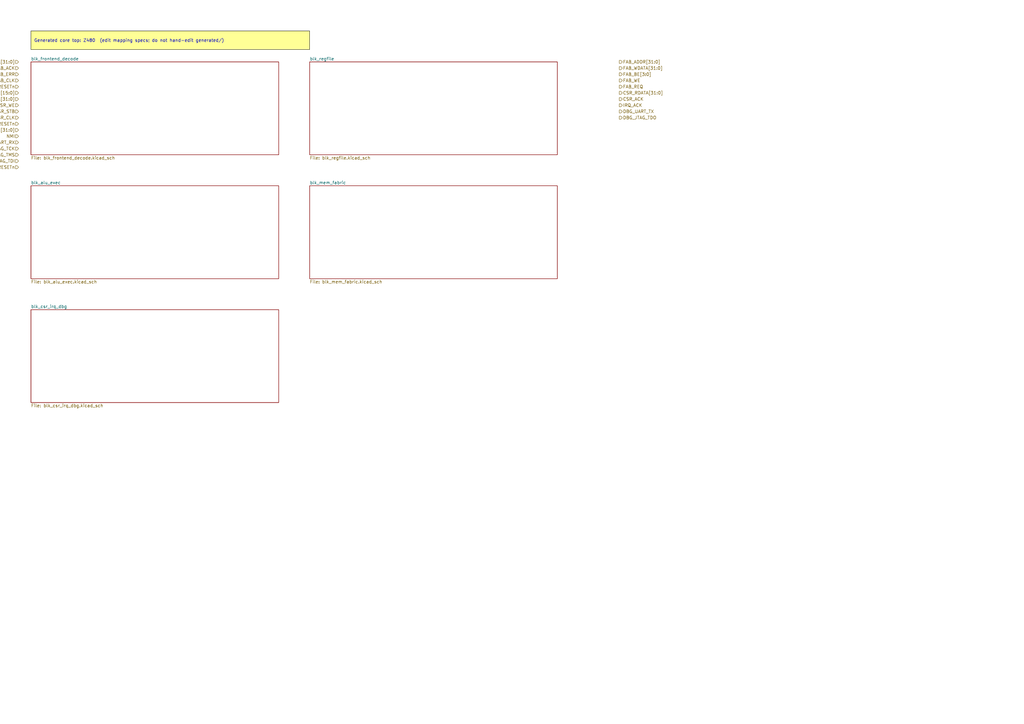
<source format=kicad_sch>
(kicad_sch
	(version 20250114)
	(generator "kicadgen")
	(generator_version "0.1")
	(uuid "59d3f377-8086-5e08-87f2-a6ea56e5a5df")
	(paper "A3")
	(title_block
		(title "Z480 (generated)")
		(company "Project Carbon")
		(comment 1 "Generated - do not edit in generated/")
		(comment 2 "Edit in schem/kicad9/manual/ or refine mapping specs")
	)
	(lib_symbols)
	(text_box
		"Generated core top: Z480  (edit mapping specs; do not hand-edit generated/)"
		(exclude_from_sim no)
		(at
			12.7
			12.7
			0
		)
		(size 114.3 7.62)
		(margins
			1.27
			1.27
			1.27
			1.27
		)
		(stroke
			(width 0)
			(type default)
			(color
				0
				0
				0
				1
			)
		)
		(fill
			(type color)
			(color
				255
				255
				150
				1
			)
		)
		(effects
			(font
				(size 1.27 1.27)
			)
			(justify left)
		)
		(uuid "96ce8d38-d6c9-59ca-a4c3-2512f9625223")
	)
	(sheet
		(at 12.7 25.4)
		(size 101.6 38.1)
		(exclude_from_sim no)
		(in_bom yes)
		(on_board yes)
		(dnp no)
		(stroke
			(width 0)
			(type solid)
		)
		(fill
			(color
				0
				0
				0
				0
			)
		)
		(uuid "29bb3903-5414-5bbc-ab44-5b0004019b42")
		(property
			"Sheetname"
			"blk_frontend_decode"
			(at
				12.7
				24.13
				0
			)
			(effects
				(font
					(size 1.27 1.27)
				)
				(justify left)
			)
		)
		(property
			"Sheetfile"
			"blk_frontend_decode.kicad_sch"
			(at
				12.7
				64.77
				0
			)
			(effects
				(font
					(size 1.27 1.27)
				)
				(justify left)
			)
		)
		(instances
			(project
				"core_Z480"
				(path
					"/59d3f377-8086-5e08-87f2-a6ea56e5a5df"
					(page "2")
				)
			)
		)
	)
	(sheet
		(at 127 25.4)
		(size 101.6 38.1)
		(exclude_from_sim no)
		(in_bom yes)
		(on_board yes)
		(dnp no)
		(stroke
			(width 0)
			(type solid)
		)
		(fill
			(color
				0
				0
				0
				0
			)
		)
		(uuid "9d4ee6f6-f04b-534a-aa67-1bf7a68c54bf")
		(property
			"Sheetname"
			"blk_regfile"
			(at
				127
				24.13
				0
			)
			(effects
				(font
					(size 1.27 1.27)
				)
				(justify left)
			)
		)
		(property
			"Sheetfile"
			"blk_regfile.kicad_sch"
			(at
				127
				64.77
				0
			)
			(effects
				(font
					(size 1.27 1.27)
				)
				(justify left)
			)
		)
		(instances
			(project
				"core_Z480"
				(path
					"/59d3f377-8086-5e08-87f2-a6ea56e5a5df"
					(page "3")
				)
			)
		)
	)
	(sheet
		(at 12.7 76.2)
		(size 101.6 38.1)
		(exclude_from_sim no)
		(in_bom yes)
		(on_board yes)
		(dnp no)
		(stroke
			(width 0)
			(type solid)
		)
		(fill
			(color
				0
				0
				0
				0
			)
		)
		(uuid "574f3ad9-cf42-5069-9b9a-05cf2dd0edcc")
		(property
			"Sheetname"
			"blk_alu_exec"
			(at
				12.7
				74.93
				0
			)
			(effects
				(font
					(size 1.27 1.27)
				)
				(justify left)
			)
		)
		(property
			"Sheetfile"
			"blk_alu_exec.kicad_sch"
			(at
				12.7
				115.57
				0
			)
			(effects
				(font
					(size 1.27 1.27)
				)
				(justify left)
			)
		)
		(instances
			(project
				"core_Z480"
				(path
					"/59d3f377-8086-5e08-87f2-a6ea56e5a5df"
					(page "4")
				)
			)
		)
	)
	(sheet
		(at 127 76.2)
		(size 101.6 38.1)
		(exclude_from_sim no)
		(in_bom yes)
		(on_board yes)
		(dnp no)
		(stroke
			(width 0)
			(type solid)
		)
		(fill
			(color
				0
				0
				0
				0
			)
		)
		(uuid "6d3042df-bd57-5d82-83ba-0cf4dfd455bc")
		(property
			"Sheetname"
			"blk_mem_fabric"
			(at
				127
				74.93
				0
			)
			(effects
				(font
					(size 1.27 1.27)
				)
				(justify left)
			)
		)
		(property
			"Sheetfile"
			"blk_mem_fabric.kicad_sch"
			(at
				127
				115.57
				0
			)
			(effects
				(font
					(size 1.27 1.27)
				)
				(justify left)
			)
		)
		(instances
			(project
				"core_Z480"
				(path
					"/59d3f377-8086-5e08-87f2-a6ea56e5a5df"
					(page "5")
				)
			)
		)
	)
	(sheet
		(at 12.7 127)
		(size 101.6 38.1)
		(exclude_from_sim no)
		(in_bom yes)
		(on_board yes)
		(dnp no)
		(stroke
			(width 0)
			(type solid)
		)
		(fill
			(color
				0
				0
				0
				0
			)
		)
		(uuid "5b4eaf27-7447-5f20-ae12-f6c7eaa1310b")
		(property
			"Sheetname"
			"blk_csr_irq_dbg"
			(at
				12.7
				125.73
				0
			)
			(effects
				(font
					(size 1.27 1.27)
				)
				(justify left)
			)
		)
		(property
			"Sheetfile"
			"blk_csr_irq_dbg.kicad_sch"
			(at
				12.7
				166.37
				0
			)
			(effects
				(font
					(size 1.27 1.27)
				)
				(justify left)
			)
		)
		(instances
			(project
				"core_Z480"
				(path
					"/59d3f377-8086-5e08-87f2-a6ea56e5a5df"
					(page "6")
				)
			)
		)
	)
	(hierarchical_label
		"FAB_ADDR[31:0]"
		(shape output)
		(at
			254
			25.4
			0
		)
		(effects
			(font
				(size 1.27 1.27)
			)
			(justify left)
		)
		(uuid "76c753aa-f1e2-5ba4-9266-64c147d94e35")
	)
	(hierarchical_label
		"FAB_WDATA[31:0]"
		(shape output)
		(at
			254
			27.94
			0
		)
		(effects
			(font
				(size 1.27 1.27)
			)
			(justify left)
		)
		(uuid "61d22f66-f0f3-5e94-8879-a1f9824b1c56")
	)
	(hierarchical_label
		"FAB_RDATA[31:0]"
		(shape input)
		(at
			7.62
			25.4
			180
		)
		(effects
			(font
				(size 1.27 1.27)
			)
			(justify right)
		)
		(uuid "a8fc5188-1942-5ab8-8dff-03610ee82586")
	)
	(hierarchical_label
		"FAB_BE[3:0]"
		(shape output)
		(at
			254
			30.48
			0
		)
		(effects
			(font
				(size 1.27 1.27)
			)
			(justify left)
		)
		(uuid "8fdbbf8e-a125-58b3-912c-e32364ed2539")
	)
	(hierarchical_label
		"FAB_WE"
		(shape output)
		(at
			254
			33.02
			0
		)
		(effects
			(font
				(size 1.27 1.27)
			)
			(justify left)
		)
		(uuid "1ac05dc1-5609-58f7-afc8-6ea336db6f71")
	)
	(hierarchical_label
		"FAB_REQ"
		(shape output)
		(at
			254
			35.56
			0
		)
		(effects
			(font
				(size 1.27 1.27)
			)
			(justify left)
		)
		(uuid "8d25f21e-6b48-55a8-a55c-25dc9be898c2")
	)
	(hierarchical_label
		"FAB_ACK"
		(shape input)
		(at
			7.62
			27.94
			180
		)
		(effects
			(font
				(size 1.27 1.27)
			)
			(justify right)
		)
		(uuid "79ff20c9-0d59-5f98-95b7-bc19b0d550aa")
	)
	(hierarchical_label
		"FAB_ERR"
		(shape input)
		(at
			7.62
			30.48
			180
		)
		(effects
			(font
				(size 1.27 1.27)
			)
			(justify right)
		)
		(uuid "5cf36d9b-ceda-5b3d-b077-839fdf633a6a")
	)
	(hierarchical_label
		"FAB_CLK"
		(shape input)
		(at
			7.62
			33.02
			180
		)
		(effects
			(font
				(size 1.27 1.27)
			)
			(justify right)
		)
		(uuid "1136f246-9a91-5614-a744-ad3a85feeec4")
	)
	(hierarchical_label
		"FAB_RESETn"
		(shape input)
		(at
			7.62
			35.56
			180
		)
		(effects
			(font
				(size 1.27 1.27)
			)
			(justify right)
		)
		(uuid "52b70859-79bd-59c0-8f65-55022adcde21")
	)
	(hierarchical_label
		"CSR_ADDR[15:0]"
		(shape input)
		(at
			7.62
			38.1
			180
		)
		(effects
			(font
				(size 1.27 1.27)
			)
			(justify right)
		)
		(uuid "1b15be0d-023a-5b40-beeb-ec924fdfffe7")
	)
	(hierarchical_label
		"CSR_WDATA[31:0]"
		(shape input)
		(at
			7.62
			40.64
			180
		)
		(effects
			(font
				(size 1.27 1.27)
			)
			(justify right)
		)
		(uuid "bd21a276-f92f-5c49-8772-da2465a0a1ac")
	)
	(hierarchical_label
		"CSR_RDATA[31:0]"
		(shape output)
		(at
			254
			38.1
			0
		)
		(effects
			(font
				(size 1.27 1.27)
			)
			(justify left)
		)
		(uuid "a8cfc7f4-0a7b-56ee-907b-97e8fec2e636")
	)
	(hierarchical_label
		"CSR_WE"
		(shape input)
		(at
			7.62
			43.18
			180
		)
		(effects
			(font
				(size 1.27 1.27)
			)
			(justify right)
		)
		(uuid "5827ff6c-e207-5650-a611-47482f51a3ac")
	)
	(hierarchical_label
		"CSR_STB"
		(shape input)
		(at
			7.62
			45.72
			180
		)
		(effects
			(font
				(size 1.27 1.27)
			)
			(justify right)
		)
		(uuid "8bc74b34-0ca4-5d45-b55e-49f22caab5d1")
	)
	(hierarchical_label
		"CSR_ACK"
		(shape output)
		(at
			254
			40.64
			0
		)
		(effects
			(font
				(size 1.27 1.27)
			)
			(justify left)
		)
		(uuid "d65d83e8-1868-59ae-9909-8cc1eb1807b4")
	)
	(hierarchical_label
		"CSR_CLK"
		(shape input)
		(at
			7.62
			48.26
			180
		)
		(effects
			(font
				(size 1.27 1.27)
			)
			(justify right)
		)
		(uuid "b0238923-49e0-5147-8e53-d5e0170321ad")
	)
	(hierarchical_label
		"CSR_RESETn"
		(shape input)
		(at
			7.62
			50.8
			180
		)
		(effects
			(font
				(size 1.27 1.27)
			)
			(justify right)
		)
		(uuid "92b69442-d9fb-5510-8910-b3cd81748495")
	)
	(hierarchical_label
		"IRQ[31:0]"
		(shape input)
		(at
			7.62
			53.34
			180
		)
		(effects
			(font
				(size 1.27 1.27)
			)
			(justify right)
		)
		(uuid "eee652ce-c0a9-5137-a75d-a5846982c514")
	)
	(hierarchical_label
		"NMI"
		(shape input)
		(at
			7.62
			55.88
			180
		)
		(effects
			(font
				(size 1.27 1.27)
			)
			(justify right)
		)
		(uuid "ec6a52a4-971b-5c4b-96ef-60d82fd4818b")
	)
	(hierarchical_label
		"IRQ_ACK"
		(shape output)
		(at
			254
			43.18
			0
		)
		(effects
			(font
				(size 1.27 1.27)
			)
			(justify left)
		)
		(uuid "7d7f7630-594e-54bf-bcc1-c9786ec265c0")
	)
	(hierarchical_label
		"DBG_UART_TX"
		(shape output)
		(at
			254
			45.72
			0
		)
		(effects
			(font
				(size 1.27 1.27)
			)
			(justify left)
		)
		(uuid "5b48897a-5f59-528d-b44f-dc5462a7d482")
	)
	(hierarchical_label
		"DBG_UART_RX"
		(shape input)
		(at
			7.62
			58.42
			180
		)
		(effects
			(font
				(size 1.27 1.27)
			)
			(justify right)
		)
		(uuid "4b32e0b8-374c-5e7c-9ced-d42b478ab2e6")
	)
	(hierarchical_label
		"DBG_JTAG_TCK"
		(shape input)
		(at
			7.62
			60.96
			180
		)
		(effects
			(font
				(size 1.27 1.27)
			)
			(justify right)
		)
		(uuid "26836374-6519-5d83-8bde-ee22792db1fa")
	)
	(hierarchical_label
		"DBG_JTAG_TMS"
		(shape input)
		(at
			7.62
			63.5
			180
		)
		(effects
			(font
				(size 1.27 1.27)
			)
			(justify right)
		)
		(uuid "a4f6e79e-b0d5-5c85-a702-1869667826a8")
	)
	(hierarchical_label
		"DBG_JTAG_TDI"
		(shape input)
		(at
			7.62
			66.04
			180
		)
		(effects
			(font
				(size 1.27 1.27)
			)
			(justify right)
		)
		(uuid "f4f92d5c-51ce-583e-80fc-55188892a6c3")
	)
	(hierarchical_label
		"DBG_JTAG_TDO"
		(shape output)
		(at
			254
			48.26
			0
		)
		(effects
			(font
				(size 1.27 1.27)
			)
			(justify left)
		)
		(uuid "add54d3d-c6ec-51c8-98b5-08e979b69f86")
	)
	(hierarchical_label
		"DBG_RESETn"
		(shape input)
		(at
			7.62
			68.58
			180
		)
		(effects
			(font
				(size 1.27 1.27)
			)
			(justify right)
		)
		(uuid "f563b7ac-7e9b-5137-886e-e53aff21e865")
	)
	(sheet_instances
		(path
			"/"
			(page "1")
		)
	)
	(embedded_fonts no)
)

</source>
